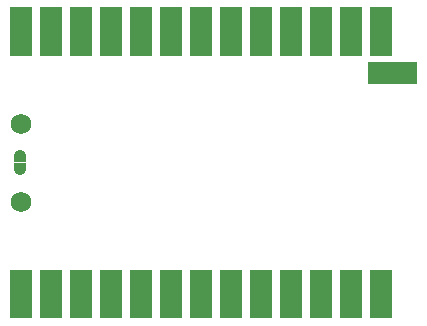
<source format=gbs>
G04 #@! TF.FileFunction,Soldermask,Bot*
%FSLAX46Y46*%
G04 Gerber Fmt 4.6, Leading zero omitted, Abs format (unit mm)*
G04 Created by KiCad (PCBNEW 4.0.1-3.201512221401+6198~38~ubuntu15.10.1-stable) date Mon Jan 18 21:51:54 2016*
%MOMM*%
G01*
G04 APERTURE LIST*
%ADD10C,0.100000*%
%ADD11C,1.752400*%
%ADD12R,2.184400X1.879600*%
%ADD13C,1.052400*%
%ADD14R,1.052400X0.552400*%
%ADD15R,1.879600X2.184400*%
G04 APERTURE END LIST*
D10*
D11*
X1447800Y15365000D03*
X1447800Y8765000D03*
D12*
X32004000Y19685000D03*
X33909000Y19685000D03*
D13*
X1397000Y11515000D03*
D14*
X1397000Y12365000D03*
X1397000Y11765000D03*
D13*
X1397000Y12615000D03*
D15*
X32004000Y0D03*
X29464000Y0D03*
X26924000Y0D03*
X24384000Y0D03*
X21844000Y0D03*
X19304000Y0D03*
X16764000Y0D03*
X14224000Y0D03*
X11684000Y0D03*
X9144000Y0D03*
X6604000Y0D03*
X4064000Y0D03*
X1524000Y0D03*
X1524000Y1905000D03*
X4064000Y1905000D03*
X6604000Y1905000D03*
X9144000Y1905000D03*
X11684000Y1905000D03*
X14224000Y1905000D03*
X16764000Y1905000D03*
X19304000Y1905000D03*
X21844000Y1905000D03*
X24384000Y1905000D03*
X26924000Y1905000D03*
X29464000Y1905000D03*
X32004000Y1905000D03*
X1524000Y24130000D03*
X4064000Y24130000D03*
X6604000Y24130000D03*
X9144000Y24130000D03*
X11684000Y24130000D03*
X14224000Y24130000D03*
X16764000Y24130000D03*
X19304000Y24130000D03*
X21844000Y24130000D03*
X24384000Y24130000D03*
X26924000Y24130000D03*
X29464000Y24130000D03*
X32004000Y24130000D03*
X32004000Y22225000D03*
X29464000Y22225000D03*
X26924000Y22225000D03*
X24384000Y22225000D03*
X21844000Y22225000D03*
X19304000Y22225000D03*
X16764000Y22225000D03*
X14224000Y22225000D03*
X11684000Y22225000D03*
X9144000Y22225000D03*
X6604000Y22225000D03*
X4064000Y22225000D03*
X1524000Y22225000D03*
M02*

</source>
